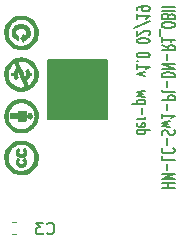
<source format=gbo>
%TF.GenerationSoftware,KiCad,Pcbnew,(5.1.5)-3*%
%TF.CreationDate,2020-01-27T22:21:35+01:00*%
%TF.ProjectId,HM-LC-Sw1-Pl-DN-R1_OBII,484d2d4c-432d-4537-9731-2d506c2d444e,rev?*%
%TF.SameCoordinates,Original*%
%TF.FileFunction,Legend,Bot*%
%TF.FilePolarity,Positive*%
%FSLAX46Y46*%
G04 Gerber Fmt 4.6, Leading zero omitted, Abs format (unit mm)*
G04 Created by KiCad (PCBNEW (5.1.5)-3) date 2020-01-27 22:21:35*
%MOMM*%
%LPD*%
G04 APERTURE LIST*
%ADD10C,0.175000*%
%ADD11C,0.150000*%
%ADD12C,0.120000*%
%ADD13C,0.010000*%
G04 APERTURE END LIST*
D10*
X153102380Y-90983333D02*
X154202380Y-90983333D01*
X153154761Y-90983333D02*
X153102380Y-91050000D01*
X153102380Y-91183333D01*
X153154761Y-91250000D01*
X153207142Y-91283333D01*
X153311904Y-91316666D01*
X153626190Y-91316666D01*
X153730952Y-91283333D01*
X153783333Y-91250000D01*
X153835714Y-91183333D01*
X153835714Y-91050000D01*
X153783333Y-90983333D01*
X153154761Y-90383333D02*
X153102380Y-90450000D01*
X153102380Y-90583333D01*
X153154761Y-90650000D01*
X153259523Y-90683333D01*
X153678571Y-90683333D01*
X153783333Y-90650000D01*
X153835714Y-90583333D01*
X153835714Y-90450000D01*
X153783333Y-90383333D01*
X153678571Y-90350000D01*
X153573809Y-90350000D01*
X153469047Y-90683333D01*
X153102380Y-90050000D02*
X153835714Y-90050000D01*
X153626190Y-90050000D02*
X153730952Y-90016666D01*
X153783333Y-89983333D01*
X153835714Y-89916666D01*
X153835714Y-89850000D01*
X153521428Y-89616666D02*
X153521428Y-89083333D01*
X153835714Y-88750000D02*
X152735714Y-88750000D01*
X153783333Y-88750000D02*
X153835714Y-88683333D01*
X153835714Y-88550000D01*
X153783333Y-88483333D01*
X153730952Y-88450000D01*
X153626190Y-88416666D01*
X153311904Y-88416666D01*
X153207142Y-88450000D01*
X153154761Y-88483333D01*
X153102380Y-88550000D01*
X153102380Y-88683333D01*
X153154761Y-88750000D01*
X153835714Y-88183333D02*
X153102380Y-88050000D01*
X153626190Y-87916666D01*
X153102380Y-87783333D01*
X153835714Y-87650000D01*
X153835714Y-86383333D02*
X153102380Y-86216666D01*
X153835714Y-86050000D01*
X153102380Y-85416666D02*
X153102380Y-85816666D01*
X153102380Y-85616666D02*
X154202380Y-85616666D01*
X154045238Y-85683333D01*
X153940476Y-85750000D01*
X153888095Y-85816666D01*
X153207142Y-85116666D02*
X153154761Y-85083333D01*
X153102380Y-85116666D01*
X153154761Y-85150000D01*
X153207142Y-85116666D01*
X153102380Y-85116666D01*
X154202380Y-84650000D02*
X154202380Y-84583333D01*
X154150000Y-84516666D01*
X154097619Y-84483333D01*
X153992857Y-84450000D01*
X153783333Y-84416666D01*
X153521428Y-84416666D01*
X153311904Y-84450000D01*
X153207142Y-84483333D01*
X153154761Y-84516666D01*
X153102380Y-84583333D01*
X153102380Y-84650000D01*
X153154761Y-84716666D01*
X153207142Y-84750000D01*
X153311904Y-84783333D01*
X153521428Y-84816666D01*
X153783333Y-84816666D01*
X153992857Y-84783333D01*
X154097619Y-84750000D01*
X154150000Y-84716666D01*
X154202380Y-84650000D01*
X154202380Y-83450000D02*
X154202380Y-83383333D01*
X154150000Y-83316666D01*
X154097619Y-83283333D01*
X153992857Y-83250000D01*
X153783333Y-83216666D01*
X153521428Y-83216666D01*
X153311904Y-83250000D01*
X153207142Y-83283333D01*
X153154761Y-83316666D01*
X153102380Y-83383333D01*
X153102380Y-83450000D01*
X153154761Y-83516666D01*
X153207142Y-83550000D01*
X153311904Y-83583333D01*
X153521428Y-83616666D01*
X153783333Y-83616666D01*
X153992857Y-83583333D01*
X154097619Y-83550000D01*
X154150000Y-83516666D01*
X154202380Y-83450000D01*
X154097619Y-82950000D02*
X154150000Y-82916666D01*
X154202380Y-82850000D01*
X154202380Y-82683333D01*
X154150000Y-82616666D01*
X154097619Y-82583333D01*
X153992857Y-82550000D01*
X153888095Y-82550000D01*
X153730952Y-82583333D01*
X153102380Y-82983333D01*
X153102380Y-82550000D01*
X154254761Y-81750000D02*
X152840476Y-82350000D01*
X153102380Y-81150000D02*
X153102380Y-81550000D01*
X153102380Y-81350000D02*
X154202380Y-81350000D01*
X154045238Y-81416666D01*
X153940476Y-81483333D01*
X153888095Y-81550000D01*
X153102380Y-80816666D02*
X153102380Y-80683333D01*
X153154761Y-80616666D01*
X153207142Y-80583333D01*
X153364285Y-80516666D01*
X153573809Y-80483333D01*
X153992857Y-80483333D01*
X154097619Y-80516666D01*
X154150000Y-80550000D01*
X154202380Y-80616666D01*
X154202380Y-80750000D01*
X154150000Y-80816666D01*
X154097619Y-80850000D01*
X153992857Y-80883333D01*
X153730952Y-80883333D01*
X153626190Y-80850000D01*
X153573809Y-80816666D01*
X153521428Y-80750000D01*
X153521428Y-80616666D01*
X153573809Y-80550000D01*
X153626190Y-80516666D01*
X153730952Y-80483333D01*
D11*
G36*
X150600000Y-90000000D02*
G01*
X145600000Y-90000000D01*
X145600000Y-85000000D01*
X150600000Y-85000000D01*
X150600000Y-90000000D01*
G37*
X150600000Y-90000000D02*
X145600000Y-90000000D01*
X145600000Y-85000000D01*
X150600000Y-85000000D01*
X150600000Y-90000000D01*
D10*
X155202380Y-95883333D02*
X156302380Y-95883333D01*
X155778571Y-95883333D02*
X155778571Y-95483333D01*
X155202380Y-95483333D02*
X156302380Y-95483333D01*
X155202380Y-95150000D02*
X156302380Y-95150000D01*
X155516666Y-94916666D01*
X156302380Y-94683333D01*
X155202380Y-94683333D01*
X155621428Y-94350000D02*
X155621428Y-93816666D01*
X155202380Y-93150000D02*
X155202380Y-93483333D01*
X156302380Y-93483333D01*
X155307142Y-92516666D02*
X155254761Y-92550000D01*
X155202380Y-92650000D01*
X155202380Y-92716666D01*
X155254761Y-92816666D01*
X155359523Y-92883333D01*
X155464285Y-92916666D01*
X155673809Y-92950000D01*
X155830952Y-92950000D01*
X156040476Y-92916666D01*
X156145238Y-92883333D01*
X156250000Y-92816666D01*
X156302380Y-92716666D01*
X156302380Y-92650000D01*
X156250000Y-92550000D01*
X156197619Y-92516666D01*
X155621428Y-92216666D02*
X155621428Y-91683333D01*
X155254761Y-91383333D02*
X155202380Y-91283333D01*
X155202380Y-91116666D01*
X155254761Y-91050000D01*
X155307142Y-91016666D01*
X155411904Y-90983333D01*
X155516666Y-90983333D01*
X155621428Y-91016666D01*
X155673809Y-91050000D01*
X155726190Y-91116666D01*
X155778571Y-91250000D01*
X155830952Y-91316666D01*
X155883333Y-91350000D01*
X155988095Y-91383333D01*
X156092857Y-91383333D01*
X156197619Y-91350000D01*
X156250000Y-91316666D01*
X156302380Y-91250000D01*
X156302380Y-91083333D01*
X156250000Y-90983333D01*
X155935714Y-90750000D02*
X155202380Y-90616666D01*
X155726190Y-90483333D01*
X155202380Y-90350000D01*
X155935714Y-90216666D01*
X155202380Y-89583333D02*
X155202380Y-89983333D01*
X155202380Y-89783333D02*
X156302380Y-89783333D01*
X156145238Y-89850000D01*
X156040476Y-89916666D01*
X155988095Y-89983333D01*
X155621428Y-89283333D02*
X155621428Y-88750000D01*
X155202380Y-88416666D02*
X156302380Y-88416666D01*
X156302380Y-88150000D01*
X156250000Y-88083333D01*
X156197619Y-88050000D01*
X156092857Y-88016666D01*
X155935714Y-88016666D01*
X155830952Y-88050000D01*
X155778571Y-88083333D01*
X155726190Y-88150000D01*
X155726190Y-88416666D01*
X155202380Y-87616666D02*
X155254761Y-87683333D01*
X155359523Y-87716666D01*
X156302380Y-87716666D01*
X155621428Y-87350000D02*
X155621428Y-86816666D01*
X155202380Y-86483333D02*
X156302380Y-86483333D01*
X156302380Y-86316666D01*
X156250000Y-86216666D01*
X156145238Y-86150000D01*
X156040476Y-86116666D01*
X155830952Y-86083333D01*
X155673809Y-86083333D01*
X155464285Y-86116666D01*
X155359523Y-86150000D01*
X155254761Y-86216666D01*
X155202380Y-86316666D01*
X155202380Y-86483333D01*
X155202380Y-85783333D02*
X156302380Y-85783333D01*
X155202380Y-85383333D01*
X156302380Y-85383333D01*
X155621428Y-85050000D02*
X155621428Y-84516666D01*
X155202380Y-83783333D02*
X155726190Y-84016666D01*
X155202380Y-84183333D02*
X156302380Y-84183333D01*
X156302380Y-83916666D01*
X156250000Y-83850000D01*
X156197619Y-83816666D01*
X156092857Y-83783333D01*
X155935714Y-83783333D01*
X155830952Y-83816666D01*
X155778571Y-83850000D01*
X155726190Y-83916666D01*
X155726190Y-84183333D01*
X155202380Y-83116666D02*
X155202380Y-83516666D01*
X155202380Y-83316666D02*
X156302380Y-83316666D01*
X156145238Y-83383333D01*
X156040476Y-83450000D01*
X155988095Y-83516666D01*
X155097619Y-82983333D02*
X155097619Y-82450000D01*
X156302380Y-82150000D02*
X156302380Y-82016666D01*
X156250000Y-81950000D01*
X156145238Y-81883333D01*
X155935714Y-81850000D01*
X155569047Y-81850000D01*
X155359523Y-81883333D01*
X155254761Y-81950000D01*
X155202380Y-82016666D01*
X155202380Y-82150000D01*
X155254761Y-82216666D01*
X155359523Y-82283333D01*
X155569047Y-82316666D01*
X155935714Y-82316666D01*
X156145238Y-82283333D01*
X156250000Y-82216666D01*
X156302380Y-82150000D01*
X155778571Y-81316666D02*
X155726190Y-81216666D01*
X155673809Y-81183333D01*
X155569047Y-81150000D01*
X155411904Y-81150000D01*
X155307142Y-81183333D01*
X155254761Y-81216666D01*
X155202380Y-81283333D01*
X155202380Y-81550000D01*
X156302380Y-81550000D01*
X156302380Y-81316666D01*
X156250000Y-81250000D01*
X156197619Y-81216666D01*
X156092857Y-81183333D01*
X155988095Y-81183333D01*
X155883333Y-81216666D01*
X155830952Y-81250000D01*
X155778571Y-81316666D01*
X155778571Y-81550000D01*
X155202380Y-80850000D02*
X156302380Y-80850000D01*
X155202380Y-80516666D02*
X156302380Y-80516666D01*
D12*
X142528733Y-99760000D02*
X142871267Y-99760000D01*
X142528733Y-98740000D02*
X142871267Y-98740000D01*
D13*
G36*
X144697689Y-93095474D02*
G01*
X144658606Y-92907674D01*
X144595635Y-92730040D01*
X144510552Y-92564347D01*
X144405129Y-92412367D01*
X144281141Y-92275876D01*
X144140362Y-92156647D01*
X143984566Y-92056455D01*
X143815528Y-91977073D01*
X143635020Y-91920275D01*
X143444817Y-91887836D01*
X143300000Y-91880555D01*
X143103460Y-91893955D01*
X142915486Y-91932977D01*
X142737824Y-91995858D01*
X142572221Y-92080834D01*
X142420424Y-92186143D01*
X142284179Y-92310020D01*
X142165234Y-92450703D01*
X142065334Y-92606427D01*
X141986228Y-92775429D01*
X141929662Y-92955945D01*
X141897382Y-93146213D01*
X141890214Y-93303809D01*
X141892754Y-93379409D01*
X141898455Y-93456951D01*
X141906317Y-93524408D01*
X141910815Y-93550952D01*
X141962822Y-93744257D01*
X142038351Y-93924345D01*
X142135525Y-94089659D01*
X142252464Y-94238640D01*
X142387290Y-94369733D01*
X142538125Y-94481377D01*
X142703091Y-94572018D01*
X142880307Y-94640096D01*
X143067897Y-94684054D01*
X143261812Y-94702131D01*
X143261812Y-94428661D01*
X143141822Y-94421105D01*
X143034792Y-94404211D01*
X142999444Y-94395305D01*
X142829099Y-94332464D01*
X142673861Y-94246661D01*
X142535414Y-94139763D01*
X142415445Y-94013634D01*
X142315636Y-93870139D01*
X142237672Y-93711143D01*
X142183238Y-93538510D01*
X142170474Y-93477498D01*
X142163265Y-93409722D01*
X142161652Y-93323540D01*
X142165108Y-93228098D01*
X142173109Y-93132540D01*
X142185127Y-93046011D01*
X142198879Y-92983640D01*
X142260467Y-92817185D01*
X142345797Y-92664162D01*
X142452771Y-92526659D01*
X142579293Y-92406758D01*
X142723264Y-92306544D01*
X142882586Y-92228103D01*
X142999444Y-92188028D01*
X143098923Y-92167572D01*
X143215137Y-92156453D01*
X143338187Y-92154672D01*
X143458177Y-92162228D01*
X143565208Y-92179122D01*
X143600555Y-92188028D01*
X143770777Y-92250919D01*
X143926354Y-92337112D01*
X144065427Y-92444746D01*
X144186138Y-92571964D01*
X144286627Y-92716908D01*
X144365037Y-92877717D01*
X144403638Y-92991111D01*
X144424094Y-93090590D01*
X144435213Y-93206804D01*
X144436994Y-93329854D01*
X144429438Y-93449844D01*
X144412544Y-93556875D01*
X144403638Y-93592222D01*
X144340747Y-93762444D01*
X144254555Y-93918021D01*
X144146920Y-94057094D01*
X144019702Y-94177805D01*
X143874759Y-94278294D01*
X143713949Y-94356704D01*
X143600555Y-94395305D01*
X143501076Y-94415761D01*
X143384863Y-94426880D01*
X143261812Y-94428661D01*
X143261812Y-94702131D01*
X143263982Y-94702334D01*
X143300000Y-94702778D01*
X143496192Y-94689356D01*
X143683992Y-94650273D01*
X143861626Y-94587302D01*
X144027320Y-94502219D01*
X144179299Y-94396796D01*
X144315790Y-94272808D01*
X144435019Y-94132029D01*
X144535212Y-93976233D01*
X144614594Y-93807195D01*
X144671391Y-93626687D01*
X144703830Y-93436484D01*
X144711111Y-93291667D01*
X144697689Y-93095474D01*
G37*
X144697689Y-93095474D02*
X144658606Y-92907674D01*
X144595635Y-92730040D01*
X144510552Y-92564347D01*
X144405129Y-92412367D01*
X144281141Y-92275876D01*
X144140362Y-92156647D01*
X143984566Y-92056455D01*
X143815528Y-91977073D01*
X143635020Y-91920275D01*
X143444817Y-91887836D01*
X143300000Y-91880555D01*
X143103460Y-91893955D01*
X142915486Y-91932977D01*
X142737824Y-91995858D01*
X142572221Y-92080834D01*
X142420424Y-92186143D01*
X142284179Y-92310020D01*
X142165234Y-92450703D01*
X142065334Y-92606427D01*
X141986228Y-92775429D01*
X141929662Y-92955945D01*
X141897382Y-93146213D01*
X141890214Y-93303809D01*
X141892754Y-93379409D01*
X141898455Y-93456951D01*
X141906317Y-93524408D01*
X141910815Y-93550952D01*
X141962822Y-93744257D01*
X142038351Y-93924345D01*
X142135525Y-94089659D01*
X142252464Y-94238640D01*
X142387290Y-94369733D01*
X142538125Y-94481377D01*
X142703091Y-94572018D01*
X142880307Y-94640096D01*
X143067897Y-94684054D01*
X143261812Y-94702131D01*
X143261812Y-94428661D01*
X143141822Y-94421105D01*
X143034792Y-94404211D01*
X142999444Y-94395305D01*
X142829099Y-94332464D01*
X142673861Y-94246661D01*
X142535414Y-94139763D01*
X142415445Y-94013634D01*
X142315636Y-93870139D01*
X142237672Y-93711143D01*
X142183238Y-93538510D01*
X142170474Y-93477498D01*
X142163265Y-93409722D01*
X142161652Y-93323540D01*
X142165108Y-93228098D01*
X142173109Y-93132540D01*
X142185127Y-93046011D01*
X142198879Y-92983640D01*
X142260467Y-92817185D01*
X142345797Y-92664162D01*
X142452771Y-92526659D01*
X142579293Y-92406758D01*
X142723264Y-92306544D01*
X142882586Y-92228103D01*
X142999444Y-92188028D01*
X143098923Y-92167572D01*
X143215137Y-92156453D01*
X143338187Y-92154672D01*
X143458177Y-92162228D01*
X143565208Y-92179122D01*
X143600555Y-92188028D01*
X143770777Y-92250919D01*
X143926354Y-92337112D01*
X144065427Y-92444746D01*
X144186138Y-92571964D01*
X144286627Y-92716908D01*
X144365037Y-92877717D01*
X144403638Y-92991111D01*
X144424094Y-93090590D01*
X144435213Y-93206804D01*
X144436994Y-93329854D01*
X144429438Y-93449844D01*
X144412544Y-93556875D01*
X144403638Y-93592222D01*
X144340747Y-93762444D01*
X144254555Y-93918021D01*
X144146920Y-94057094D01*
X144019702Y-94177805D01*
X143874759Y-94278294D01*
X143713949Y-94356704D01*
X143600555Y-94395305D01*
X143501076Y-94415761D01*
X143384863Y-94426880D01*
X143261812Y-94428661D01*
X143261812Y-94702131D01*
X143263982Y-94702334D01*
X143300000Y-94702778D01*
X143496192Y-94689356D01*
X143683992Y-94650273D01*
X143861626Y-94587302D01*
X144027320Y-94502219D01*
X144179299Y-94396796D01*
X144315790Y-94272808D01*
X144435019Y-94132029D01*
X144535212Y-93976233D01*
X144614594Y-93807195D01*
X144671391Y-93626687D01*
X144703830Y-93436484D01*
X144711111Y-93291667D01*
X144697689Y-93095474D01*
G36*
X144700093Y-89562247D02*
G01*
X144660616Y-89370809D01*
X144594964Y-89189868D01*
X144503254Y-89019716D01*
X144385605Y-88860646D01*
X144323996Y-88792513D01*
X144223217Y-88694395D01*
X144125295Y-88615066D01*
X144021000Y-88547816D01*
X143904682Y-88487619D01*
X143800653Y-88441459D01*
X143707184Y-88407546D01*
X143616365Y-88384227D01*
X143520288Y-88369849D01*
X143411044Y-88362760D01*
X143300000Y-88361232D01*
X143183542Y-88363125D01*
X143087084Y-88369346D01*
X143002546Y-88381410D01*
X142921846Y-88400833D01*
X142836902Y-88429131D01*
X142746037Y-88465149D01*
X142602629Y-88537678D01*
X142461572Y-88633138D01*
X142328751Y-88746457D01*
X142210047Y-88872566D01*
X142111342Y-89006393D01*
X142103342Y-89019126D01*
X142016425Y-89184609D01*
X141951498Y-89362335D01*
X141909535Y-89547315D01*
X141891512Y-89734558D01*
X141898405Y-89919073D01*
X141910715Y-90004464D01*
X141959661Y-90198496D01*
X142033026Y-90380167D01*
X142129085Y-90547743D01*
X142246114Y-90699491D01*
X142382386Y-90833677D01*
X142536177Y-90948567D01*
X142705761Y-91042428D01*
X142889414Y-91113527D01*
X143055505Y-91154808D01*
X143172111Y-91169277D01*
X143300000Y-91173123D01*
X143300000Y-90898936D01*
X143186661Y-90896124D01*
X143092407Y-90887238D01*
X143008413Y-90870377D01*
X142925851Y-90843640D01*
X142835895Y-90805126D01*
X142812070Y-90793845D01*
X142659500Y-90705347D01*
X142523391Y-90595486D01*
X142405789Y-90467015D01*
X142308737Y-90322686D01*
X142234280Y-90165252D01*
X142184461Y-89997467D01*
X142172584Y-89932667D01*
X142164206Y-89833564D01*
X142165496Y-89719885D01*
X142175765Y-89603309D01*
X142194326Y-89495516D01*
X142199622Y-89473479D01*
X142255612Y-89310441D01*
X142336371Y-89158180D01*
X142439590Y-89019512D01*
X142562962Y-88897258D01*
X142704178Y-88794234D01*
X142799055Y-88741562D01*
X142893803Y-88697607D01*
X142977627Y-88666394D01*
X143059358Y-88645938D01*
X143147823Y-88634251D01*
X143251851Y-88629349D01*
X143300000Y-88628841D01*
X143410602Y-88630708D01*
X143502379Y-88638507D01*
X143584470Y-88654341D01*
X143666009Y-88680310D01*
X143756133Y-88718515D01*
X143817357Y-88747806D01*
X143968100Y-88837169D01*
X144100848Y-88946995D01*
X144214099Y-89074845D01*
X144306351Y-89218279D01*
X144376102Y-89374859D01*
X144421852Y-89542147D01*
X144442098Y-89717704D01*
X144443000Y-89763889D01*
X144429554Y-89941178D01*
X144390220Y-90110825D01*
X144326497Y-90270392D01*
X144239888Y-90417439D01*
X144131893Y-90549529D01*
X144004016Y-90664223D01*
X143857757Y-90759082D01*
X143817357Y-90779972D01*
X143717827Y-90826425D01*
X143632300Y-90859396D01*
X143551639Y-90880986D01*
X143466708Y-90893296D01*
X143368371Y-90898427D01*
X143300000Y-90898936D01*
X143300000Y-91173123D01*
X143303790Y-91173238D01*
X143439581Y-91167083D01*
X143568522Y-91151203D01*
X143652777Y-91133500D01*
X143759968Y-91099550D01*
X143875672Y-91052468D01*
X143989142Y-90997223D01*
X144089633Y-90938783D01*
X144123404Y-90915900D01*
X144170387Y-90878870D01*
X144227783Y-90828516D01*
X144287109Y-90772480D01*
X144323996Y-90735264D01*
X144453323Y-90581295D01*
X144556763Y-90416112D01*
X144634198Y-90240007D01*
X144685512Y-90053274D01*
X144710587Y-89856205D01*
X144713278Y-89763889D01*
X144700093Y-89562247D01*
G37*
X144700093Y-89562247D02*
X144660616Y-89370809D01*
X144594964Y-89189868D01*
X144503254Y-89019716D01*
X144385605Y-88860646D01*
X144323996Y-88792513D01*
X144223217Y-88694395D01*
X144125295Y-88615066D01*
X144021000Y-88547816D01*
X143904682Y-88487619D01*
X143800653Y-88441459D01*
X143707184Y-88407546D01*
X143616365Y-88384227D01*
X143520288Y-88369849D01*
X143411044Y-88362760D01*
X143300000Y-88361232D01*
X143183542Y-88363125D01*
X143087084Y-88369346D01*
X143002546Y-88381410D01*
X142921846Y-88400833D01*
X142836902Y-88429131D01*
X142746037Y-88465149D01*
X142602629Y-88537678D01*
X142461572Y-88633138D01*
X142328751Y-88746457D01*
X142210047Y-88872566D01*
X142111342Y-89006393D01*
X142103342Y-89019126D01*
X142016425Y-89184609D01*
X141951498Y-89362335D01*
X141909535Y-89547315D01*
X141891512Y-89734558D01*
X141898405Y-89919073D01*
X141910715Y-90004464D01*
X141959661Y-90198496D01*
X142033026Y-90380167D01*
X142129085Y-90547743D01*
X142246114Y-90699491D01*
X142382386Y-90833677D01*
X142536177Y-90948567D01*
X142705761Y-91042428D01*
X142889414Y-91113527D01*
X143055505Y-91154808D01*
X143172111Y-91169277D01*
X143300000Y-91173123D01*
X143300000Y-90898936D01*
X143186661Y-90896124D01*
X143092407Y-90887238D01*
X143008413Y-90870377D01*
X142925851Y-90843640D01*
X142835895Y-90805126D01*
X142812070Y-90793845D01*
X142659500Y-90705347D01*
X142523391Y-90595486D01*
X142405789Y-90467015D01*
X142308737Y-90322686D01*
X142234280Y-90165252D01*
X142184461Y-89997467D01*
X142172584Y-89932667D01*
X142164206Y-89833564D01*
X142165496Y-89719885D01*
X142175765Y-89603309D01*
X142194326Y-89495516D01*
X142199622Y-89473479D01*
X142255612Y-89310441D01*
X142336371Y-89158180D01*
X142439590Y-89019512D01*
X142562962Y-88897258D01*
X142704178Y-88794234D01*
X142799055Y-88741562D01*
X142893803Y-88697607D01*
X142977627Y-88666394D01*
X143059358Y-88645938D01*
X143147823Y-88634251D01*
X143251851Y-88629349D01*
X143300000Y-88628841D01*
X143410602Y-88630708D01*
X143502379Y-88638507D01*
X143584470Y-88654341D01*
X143666009Y-88680310D01*
X143756133Y-88718515D01*
X143817357Y-88747806D01*
X143968100Y-88837169D01*
X144100848Y-88946995D01*
X144214099Y-89074845D01*
X144306351Y-89218279D01*
X144376102Y-89374859D01*
X144421852Y-89542147D01*
X144442098Y-89717704D01*
X144443000Y-89763889D01*
X144429554Y-89941178D01*
X144390220Y-90110825D01*
X144326497Y-90270392D01*
X144239888Y-90417439D01*
X144131893Y-90549529D01*
X144004016Y-90664223D01*
X143857757Y-90759082D01*
X143817357Y-90779972D01*
X143717827Y-90826425D01*
X143632300Y-90859396D01*
X143551639Y-90880986D01*
X143466708Y-90893296D01*
X143368371Y-90898427D01*
X143300000Y-90898936D01*
X143300000Y-91173123D01*
X143303790Y-91173238D01*
X143439581Y-91167083D01*
X143568522Y-91151203D01*
X143652777Y-91133500D01*
X143759968Y-91099550D01*
X143875672Y-91052468D01*
X143989142Y-90997223D01*
X144089633Y-90938783D01*
X144123404Y-90915900D01*
X144170387Y-90878870D01*
X144227783Y-90828516D01*
X144287109Y-90772480D01*
X144323996Y-90735264D01*
X144453323Y-90581295D01*
X144556763Y-90416112D01*
X144634198Y-90240007D01*
X144685512Y-90053274D01*
X144710587Y-89856205D01*
X144713278Y-89763889D01*
X144700093Y-89562247D01*
G36*
X144697689Y-86039919D02*
G01*
X144658606Y-85852119D01*
X144595635Y-85674485D01*
X144510552Y-85508791D01*
X144405129Y-85356812D01*
X144281141Y-85220320D01*
X144140362Y-85101092D01*
X143984566Y-85000899D01*
X143815528Y-84921517D01*
X143635020Y-84864719D01*
X143444817Y-84832280D01*
X143300000Y-84825000D01*
X143103460Y-84838399D01*
X142915486Y-84877421D01*
X142737824Y-84940302D01*
X142572221Y-85025279D01*
X142420424Y-85130587D01*
X142284179Y-85254465D01*
X142165234Y-85395147D01*
X142065334Y-85550871D01*
X141986228Y-85719873D01*
X141929662Y-85900390D01*
X141897382Y-86090657D01*
X141890214Y-86248253D01*
X141892754Y-86323854D01*
X141898455Y-86401395D01*
X141906317Y-86468853D01*
X141910815Y-86495396D01*
X141962822Y-86688701D01*
X142038351Y-86868789D01*
X142135525Y-87034103D01*
X142252464Y-87183085D01*
X142387290Y-87314177D01*
X142538125Y-87425822D01*
X142703091Y-87516462D01*
X142880307Y-87584540D01*
X143067897Y-87628498D01*
X143263982Y-87646779D01*
X143285888Y-87647048D01*
X143285888Y-87371349D01*
X143195160Y-87369561D01*
X143123350Y-87364343D01*
X143061254Y-87354670D01*
X142999672Y-87339516D01*
X142999444Y-87339452D01*
X142829839Y-87277267D01*
X142675068Y-87191996D01*
X142536852Y-87085545D01*
X142416913Y-86959819D01*
X142316973Y-86816724D01*
X142238753Y-86658165D01*
X142183975Y-86486048D01*
X142170474Y-86421942D01*
X142163265Y-86354166D01*
X142161652Y-86267984D01*
X142165108Y-86172542D01*
X142173109Y-86076984D01*
X142185127Y-85990456D01*
X142198879Y-85928085D01*
X142258884Y-85766643D01*
X142343253Y-85614393D01*
X142448830Y-85475735D01*
X142572457Y-85355072D01*
X142654756Y-85292612D01*
X142722123Y-85246511D01*
X142743085Y-85296680D01*
X142756271Y-85327481D01*
X142778229Y-85377952D01*
X142806280Y-85441967D01*
X142837745Y-85513401D01*
X142849849Y-85540786D01*
X142935651Y-85734723D01*
X142902631Y-85755614D01*
X142833152Y-85814312D01*
X142773172Y-85893451D01*
X142727076Y-85985718D01*
X142699252Y-86083801D01*
X142696931Y-86098528D01*
X142689506Y-86151444D01*
X142453333Y-86151444D01*
X142453333Y-86320778D01*
X142689386Y-86320778D01*
X142697819Y-86382304D01*
X142713450Y-86454176D01*
X142739171Y-86528964D01*
X142770682Y-86595780D01*
X142798893Y-86638278D01*
X142834219Y-86680611D01*
X142919996Y-86590920D01*
X143005774Y-86501229D01*
X142977438Y-86470976D01*
X142942880Y-86415794D01*
X142922647Y-86344746D01*
X142917418Y-86266668D01*
X142927871Y-86190397D01*
X142951304Y-86130504D01*
X142980927Y-86091471D01*
X143015799Y-86064204D01*
X143048980Y-86052692D01*
X143073135Y-86060500D01*
X143080362Y-86074720D01*
X143097632Y-86111723D01*
X143123592Y-86168477D01*
X143156889Y-86241948D01*
X143196169Y-86329100D01*
X143240080Y-86426901D01*
X143287266Y-86532315D01*
X143336376Y-86642309D01*
X143386056Y-86753849D01*
X143434952Y-86863900D01*
X143481712Y-86969428D01*
X143524981Y-87067399D01*
X143563406Y-87154779D01*
X143595635Y-87228534D01*
X143620312Y-87285629D01*
X143633621Y-87317060D01*
X143625733Y-87330176D01*
X143593856Y-87342542D01*
X143542223Y-87353496D01*
X143475065Y-87362377D01*
X143396617Y-87368525D01*
X143311110Y-87371278D01*
X143285888Y-87371349D01*
X143285888Y-87647048D01*
X143300000Y-87647222D01*
X143496192Y-87633800D01*
X143683992Y-87594717D01*
X143861626Y-87531747D01*
X143887101Y-87518666D01*
X143887101Y-87207473D01*
X143884533Y-87206348D01*
X143876568Y-87191534D01*
X143859299Y-87155301D01*
X143834769Y-87102072D01*
X143805024Y-87036267D01*
X143780836Y-86982033D01*
X143684699Y-86765278D01*
X143743765Y-86734571D01*
X143826124Y-86676252D01*
X143894655Y-86595601D01*
X143946978Y-86496083D01*
X143978170Y-86393577D01*
X143993783Y-86320778D01*
X144174888Y-86320778D01*
X144174888Y-86151444D01*
X143994506Y-86151444D01*
X143972282Y-86053033D01*
X143937753Y-85939664D01*
X143890622Y-85846992D01*
X143871638Y-85820419D01*
X143860410Y-85808406D01*
X143848440Y-85805842D01*
X143831004Y-85815356D01*
X143803376Y-85839576D01*
X143760832Y-85881132D01*
X143758675Y-85883269D01*
X143715866Y-85926113D01*
X143690437Y-85954134D01*
X143679699Y-85972354D01*
X143680966Y-85985793D01*
X143691550Y-85999472D01*
X143694681Y-86002821D01*
X143734204Y-86061015D01*
X143756986Y-86129254D01*
X143763866Y-86201854D01*
X143755681Y-86273130D01*
X143733270Y-86337398D01*
X143697471Y-86388974D01*
X143649121Y-86422174D01*
X143632032Y-86427766D01*
X143593716Y-86427672D01*
X143558186Y-86406326D01*
X143524521Y-86362265D01*
X143491797Y-86294023D01*
X143459093Y-86200138D01*
X143434676Y-86114472D01*
X143401907Y-86008065D01*
X143364524Y-85922086D01*
X143318728Y-85848756D01*
X143283632Y-85805308D01*
X143269465Y-85783230D01*
X143246340Y-85740441D01*
X143216328Y-85681364D01*
X143181498Y-85610421D01*
X143143921Y-85532036D01*
X143105669Y-85450631D01*
X143068810Y-85370630D01*
X143035416Y-85296456D01*
X143007558Y-85232531D01*
X142987305Y-85183279D01*
X142976728Y-85153122D01*
X142975671Y-85147435D01*
X142987969Y-85139170D01*
X143019873Y-85127615D01*
X143049527Y-85119213D01*
X143121566Y-85106891D01*
X143212451Y-85100490D01*
X143313480Y-85099798D01*
X143415950Y-85104604D01*
X143511159Y-85114695D01*
X143590406Y-85129861D01*
X143600555Y-85132611D01*
X143770409Y-85195190D01*
X143925762Y-85281133D01*
X144064732Y-85388555D01*
X144185437Y-85515577D01*
X144285996Y-85660317D01*
X144364526Y-85820893D01*
X144403638Y-85935556D01*
X144424094Y-86035035D01*
X144435213Y-86151248D01*
X144436994Y-86274299D01*
X144429438Y-86394288D01*
X144412544Y-86501319D01*
X144403638Y-86536666D01*
X144344595Y-86697118D01*
X144263178Y-86848299D01*
X144162958Y-86984251D01*
X144088389Y-87062610D01*
X144038878Y-87106754D01*
X143989036Y-87146808D01*
X143943820Y-87179276D01*
X143908189Y-87200663D01*
X143887101Y-87207473D01*
X143887101Y-87518666D01*
X144027320Y-87446663D01*
X144179299Y-87341240D01*
X144315790Y-87217253D01*
X144435019Y-87076474D01*
X144535212Y-86920678D01*
X144614594Y-86751639D01*
X144671391Y-86571131D01*
X144703830Y-86380929D01*
X144711111Y-86236111D01*
X144697689Y-86039919D01*
G37*
X144697689Y-86039919D02*
X144658606Y-85852119D01*
X144595635Y-85674485D01*
X144510552Y-85508791D01*
X144405129Y-85356812D01*
X144281141Y-85220320D01*
X144140362Y-85101092D01*
X143984566Y-85000899D01*
X143815528Y-84921517D01*
X143635020Y-84864719D01*
X143444817Y-84832280D01*
X143300000Y-84825000D01*
X143103460Y-84838399D01*
X142915486Y-84877421D01*
X142737824Y-84940302D01*
X142572221Y-85025279D01*
X142420424Y-85130587D01*
X142284179Y-85254465D01*
X142165234Y-85395147D01*
X142065334Y-85550871D01*
X141986228Y-85719873D01*
X141929662Y-85900390D01*
X141897382Y-86090657D01*
X141890214Y-86248253D01*
X141892754Y-86323854D01*
X141898455Y-86401395D01*
X141906317Y-86468853D01*
X141910815Y-86495396D01*
X141962822Y-86688701D01*
X142038351Y-86868789D01*
X142135525Y-87034103D01*
X142252464Y-87183085D01*
X142387290Y-87314177D01*
X142538125Y-87425822D01*
X142703091Y-87516462D01*
X142880307Y-87584540D01*
X143067897Y-87628498D01*
X143263982Y-87646779D01*
X143285888Y-87647048D01*
X143285888Y-87371349D01*
X143195160Y-87369561D01*
X143123350Y-87364343D01*
X143061254Y-87354670D01*
X142999672Y-87339516D01*
X142999444Y-87339452D01*
X142829839Y-87277267D01*
X142675068Y-87191996D01*
X142536852Y-87085545D01*
X142416913Y-86959819D01*
X142316973Y-86816724D01*
X142238753Y-86658165D01*
X142183975Y-86486048D01*
X142170474Y-86421942D01*
X142163265Y-86354166D01*
X142161652Y-86267984D01*
X142165108Y-86172542D01*
X142173109Y-86076984D01*
X142185127Y-85990456D01*
X142198879Y-85928085D01*
X142258884Y-85766643D01*
X142343253Y-85614393D01*
X142448830Y-85475735D01*
X142572457Y-85355072D01*
X142654756Y-85292612D01*
X142722123Y-85246511D01*
X142743085Y-85296680D01*
X142756271Y-85327481D01*
X142778229Y-85377952D01*
X142806280Y-85441967D01*
X142837745Y-85513401D01*
X142849849Y-85540786D01*
X142935651Y-85734723D01*
X142902631Y-85755614D01*
X142833152Y-85814312D01*
X142773172Y-85893451D01*
X142727076Y-85985718D01*
X142699252Y-86083801D01*
X142696931Y-86098528D01*
X142689506Y-86151444D01*
X142453333Y-86151444D01*
X142453333Y-86320778D01*
X142689386Y-86320778D01*
X142697819Y-86382304D01*
X142713450Y-86454176D01*
X142739171Y-86528964D01*
X142770682Y-86595780D01*
X142798893Y-86638278D01*
X142834219Y-86680611D01*
X142919996Y-86590920D01*
X143005774Y-86501229D01*
X142977438Y-86470976D01*
X142942880Y-86415794D01*
X142922647Y-86344746D01*
X142917418Y-86266668D01*
X142927871Y-86190397D01*
X142951304Y-86130504D01*
X142980927Y-86091471D01*
X143015799Y-86064204D01*
X143048980Y-86052692D01*
X143073135Y-86060500D01*
X143080362Y-86074720D01*
X143097632Y-86111723D01*
X143123592Y-86168477D01*
X143156889Y-86241948D01*
X143196169Y-86329100D01*
X143240080Y-86426901D01*
X143287266Y-86532315D01*
X143336376Y-86642309D01*
X143386056Y-86753849D01*
X143434952Y-86863900D01*
X143481712Y-86969428D01*
X143524981Y-87067399D01*
X143563406Y-87154779D01*
X143595635Y-87228534D01*
X143620312Y-87285629D01*
X143633621Y-87317060D01*
X143625733Y-87330176D01*
X143593856Y-87342542D01*
X143542223Y-87353496D01*
X143475065Y-87362377D01*
X143396617Y-87368525D01*
X143311110Y-87371278D01*
X143285888Y-87371349D01*
X143285888Y-87647048D01*
X143300000Y-87647222D01*
X143496192Y-87633800D01*
X143683992Y-87594717D01*
X143861626Y-87531747D01*
X143887101Y-87518666D01*
X143887101Y-87207473D01*
X143884533Y-87206348D01*
X143876568Y-87191534D01*
X143859299Y-87155301D01*
X143834769Y-87102072D01*
X143805024Y-87036267D01*
X143780836Y-86982033D01*
X143684699Y-86765278D01*
X143743765Y-86734571D01*
X143826124Y-86676252D01*
X143894655Y-86595601D01*
X143946978Y-86496083D01*
X143978170Y-86393577D01*
X143993783Y-86320778D01*
X144174888Y-86320778D01*
X144174888Y-86151444D01*
X143994506Y-86151444D01*
X143972282Y-86053033D01*
X143937753Y-85939664D01*
X143890622Y-85846992D01*
X143871638Y-85820419D01*
X143860410Y-85808406D01*
X143848440Y-85805842D01*
X143831004Y-85815356D01*
X143803376Y-85839576D01*
X143760832Y-85881132D01*
X143758675Y-85883269D01*
X143715866Y-85926113D01*
X143690437Y-85954134D01*
X143679699Y-85972354D01*
X143680966Y-85985793D01*
X143691550Y-85999472D01*
X143694681Y-86002821D01*
X143734204Y-86061015D01*
X143756986Y-86129254D01*
X143763866Y-86201854D01*
X143755681Y-86273130D01*
X143733270Y-86337398D01*
X143697471Y-86388974D01*
X143649121Y-86422174D01*
X143632032Y-86427766D01*
X143593716Y-86427672D01*
X143558186Y-86406326D01*
X143524521Y-86362265D01*
X143491797Y-86294023D01*
X143459093Y-86200138D01*
X143434676Y-86114472D01*
X143401907Y-86008065D01*
X143364524Y-85922086D01*
X143318728Y-85848756D01*
X143283632Y-85805308D01*
X143269465Y-85783230D01*
X143246340Y-85740441D01*
X143216328Y-85681364D01*
X143181498Y-85610421D01*
X143143921Y-85532036D01*
X143105669Y-85450631D01*
X143068810Y-85370630D01*
X143035416Y-85296456D01*
X143007558Y-85232531D01*
X142987305Y-85183279D01*
X142976728Y-85153122D01*
X142975671Y-85147435D01*
X142987969Y-85139170D01*
X143019873Y-85127615D01*
X143049527Y-85119213D01*
X143121566Y-85106891D01*
X143212451Y-85100490D01*
X143313480Y-85099798D01*
X143415950Y-85104604D01*
X143511159Y-85114695D01*
X143590406Y-85129861D01*
X143600555Y-85132611D01*
X143770409Y-85195190D01*
X143925762Y-85281133D01*
X144064732Y-85388555D01*
X144185437Y-85515577D01*
X144285996Y-85660317D01*
X144364526Y-85820893D01*
X144403638Y-85935556D01*
X144424094Y-86035035D01*
X144435213Y-86151248D01*
X144436994Y-86274299D01*
X144429438Y-86394288D01*
X144412544Y-86501319D01*
X144403638Y-86536666D01*
X144344595Y-86697118D01*
X144263178Y-86848299D01*
X144162958Y-86984251D01*
X144088389Y-87062610D01*
X144038878Y-87106754D01*
X143989036Y-87146808D01*
X143943820Y-87179276D01*
X143908189Y-87200663D01*
X143887101Y-87207473D01*
X143887101Y-87518666D01*
X144027320Y-87446663D01*
X144179299Y-87341240D01*
X144315790Y-87217253D01*
X144435019Y-87076474D01*
X144535212Y-86920678D01*
X144614594Y-86751639D01*
X144671391Y-86571131D01*
X144703830Y-86380929D01*
X144711111Y-86236111D01*
X144697689Y-86039919D01*
G36*
X144697689Y-82512141D02*
G01*
X144658606Y-82324341D01*
X144595635Y-82146707D01*
X144510552Y-81981013D01*
X144405129Y-81829034D01*
X144281141Y-81692543D01*
X144140362Y-81573314D01*
X143984566Y-81473121D01*
X143815528Y-81393739D01*
X143635020Y-81336942D01*
X143444817Y-81304502D01*
X143300000Y-81297222D01*
X143103460Y-81310621D01*
X142915486Y-81349643D01*
X142737824Y-81412524D01*
X142572221Y-81497501D01*
X142420424Y-81602810D01*
X142284179Y-81726687D01*
X142165234Y-81867369D01*
X142065334Y-82023093D01*
X141986228Y-82192095D01*
X141929662Y-82372612D01*
X141897382Y-82562880D01*
X141890214Y-82720475D01*
X141892754Y-82796076D01*
X141898455Y-82873618D01*
X141906317Y-82941075D01*
X141910815Y-82967618D01*
X141962822Y-83160923D01*
X142038351Y-83341012D01*
X142135525Y-83506325D01*
X142252464Y-83655307D01*
X142387290Y-83786399D01*
X142538125Y-83898044D01*
X142703091Y-83988684D01*
X142880307Y-84056762D01*
X143067897Y-84100720D01*
X143261812Y-84118798D01*
X143261812Y-83845328D01*
X143141822Y-83837771D01*
X143034792Y-83820878D01*
X142999444Y-83811972D01*
X142829099Y-83749130D01*
X142673861Y-83663328D01*
X142535414Y-83556430D01*
X142415445Y-83430301D01*
X142315636Y-83286805D01*
X142237672Y-83127809D01*
X142183238Y-82955177D01*
X142170474Y-82894165D01*
X142163265Y-82826388D01*
X142161652Y-82740207D01*
X142165108Y-82644764D01*
X142173109Y-82549207D01*
X142185127Y-82462678D01*
X142198879Y-82400307D01*
X142260467Y-82233851D01*
X142345797Y-82080829D01*
X142452771Y-81943325D01*
X142579293Y-81823424D01*
X142723264Y-81723211D01*
X142882586Y-81644769D01*
X142999444Y-81604694D01*
X143098923Y-81584238D01*
X143215137Y-81573120D01*
X143338187Y-81571339D01*
X143458177Y-81578895D01*
X143565208Y-81595789D01*
X143600555Y-81604694D01*
X143770777Y-81667586D01*
X143926354Y-81753778D01*
X144065427Y-81861413D01*
X144186138Y-81988631D01*
X144286627Y-82133574D01*
X144365037Y-82294384D01*
X144403638Y-82407778D01*
X144424094Y-82507257D01*
X144435213Y-82623470D01*
X144436994Y-82746521D01*
X144429438Y-82866511D01*
X144412544Y-82973541D01*
X144403638Y-83008888D01*
X144340747Y-83179111D01*
X144254555Y-83334688D01*
X144146920Y-83473761D01*
X144019702Y-83594471D01*
X143874759Y-83694961D01*
X143713949Y-83773371D01*
X143600555Y-83811972D01*
X143501076Y-83832428D01*
X143384863Y-83843547D01*
X143261812Y-83845328D01*
X143261812Y-84118798D01*
X143263982Y-84119001D01*
X143300000Y-84119444D01*
X143496192Y-84106022D01*
X143683992Y-84066939D01*
X143861626Y-84003969D01*
X144027320Y-83918885D01*
X144179299Y-83813463D01*
X144315790Y-83689475D01*
X144435019Y-83548696D01*
X144535212Y-83392900D01*
X144614594Y-83223861D01*
X144671391Y-83043354D01*
X144703830Y-82853151D01*
X144711111Y-82708333D01*
X144697689Y-82512141D01*
G37*
X144697689Y-82512141D02*
X144658606Y-82324341D01*
X144595635Y-82146707D01*
X144510552Y-81981013D01*
X144405129Y-81829034D01*
X144281141Y-81692543D01*
X144140362Y-81573314D01*
X143984566Y-81473121D01*
X143815528Y-81393739D01*
X143635020Y-81336942D01*
X143444817Y-81304502D01*
X143300000Y-81297222D01*
X143103460Y-81310621D01*
X142915486Y-81349643D01*
X142737824Y-81412524D01*
X142572221Y-81497501D01*
X142420424Y-81602810D01*
X142284179Y-81726687D01*
X142165234Y-81867369D01*
X142065334Y-82023093D01*
X141986228Y-82192095D01*
X141929662Y-82372612D01*
X141897382Y-82562880D01*
X141890214Y-82720475D01*
X141892754Y-82796076D01*
X141898455Y-82873618D01*
X141906317Y-82941075D01*
X141910815Y-82967618D01*
X141962822Y-83160923D01*
X142038351Y-83341012D01*
X142135525Y-83506325D01*
X142252464Y-83655307D01*
X142387290Y-83786399D01*
X142538125Y-83898044D01*
X142703091Y-83988684D01*
X142880307Y-84056762D01*
X143067897Y-84100720D01*
X143261812Y-84118798D01*
X143261812Y-83845328D01*
X143141822Y-83837771D01*
X143034792Y-83820878D01*
X142999444Y-83811972D01*
X142829099Y-83749130D01*
X142673861Y-83663328D01*
X142535414Y-83556430D01*
X142415445Y-83430301D01*
X142315636Y-83286805D01*
X142237672Y-83127809D01*
X142183238Y-82955177D01*
X142170474Y-82894165D01*
X142163265Y-82826388D01*
X142161652Y-82740207D01*
X142165108Y-82644764D01*
X142173109Y-82549207D01*
X142185127Y-82462678D01*
X142198879Y-82400307D01*
X142260467Y-82233851D01*
X142345797Y-82080829D01*
X142452771Y-81943325D01*
X142579293Y-81823424D01*
X142723264Y-81723211D01*
X142882586Y-81644769D01*
X142999444Y-81604694D01*
X143098923Y-81584238D01*
X143215137Y-81573120D01*
X143338187Y-81571339D01*
X143458177Y-81578895D01*
X143565208Y-81595789D01*
X143600555Y-81604694D01*
X143770777Y-81667586D01*
X143926354Y-81753778D01*
X144065427Y-81861413D01*
X144186138Y-81988631D01*
X144286627Y-82133574D01*
X144365037Y-82294384D01*
X144403638Y-82407778D01*
X144424094Y-82507257D01*
X144435213Y-82623470D01*
X144436994Y-82746521D01*
X144429438Y-82866511D01*
X144412544Y-82973541D01*
X144403638Y-83008888D01*
X144340747Y-83179111D01*
X144254555Y-83334688D01*
X144146920Y-83473761D01*
X144019702Y-83594471D01*
X143874759Y-83694961D01*
X143713949Y-83773371D01*
X143600555Y-83811972D01*
X143501076Y-83832428D01*
X143384863Y-83843547D01*
X143261812Y-83845328D01*
X143261812Y-84118798D01*
X143263982Y-84119001D01*
X143300000Y-84119444D01*
X143496192Y-84106022D01*
X143683992Y-84066939D01*
X143861626Y-84003969D01*
X144027320Y-83918885D01*
X144179299Y-83813463D01*
X144315790Y-83689475D01*
X144435019Y-83548696D01*
X144535212Y-83392900D01*
X144614594Y-83223861D01*
X144671391Y-83043354D01*
X144703830Y-82853151D01*
X144711111Y-82708333D01*
X144697689Y-82512141D01*
G36*
X143734947Y-93563156D02*
G01*
X143722719Y-93526098D01*
X143701634Y-93482577D01*
X143671391Y-93435363D01*
X143637141Y-93390901D01*
X143604035Y-93355639D01*
X143577224Y-93336023D01*
X143569218Y-93334000D01*
X143554329Y-93344018D01*
X143527114Y-93370450D01*
X143493109Y-93407861D01*
X143488585Y-93413123D01*
X143420988Y-93492246D01*
X143459667Y-93520421D01*
X143508779Y-93571007D01*
X143533601Y-93629770D01*
X143534678Y-93691490D01*
X143512559Y-93750944D01*
X143467791Y-93802912D01*
X143427220Y-93829983D01*
X143362930Y-93851095D01*
X143287330Y-93856506D01*
X143212417Y-93846424D01*
X143157283Y-93825291D01*
X143100351Y-93779785D01*
X143066843Y-93723653D01*
X143057372Y-93662077D01*
X143072548Y-93600237D01*
X143112983Y-93543316D01*
X143122934Y-93534043D01*
X143170960Y-93491875D01*
X143112008Y-93413616D01*
X143080579Y-93374442D01*
X143054227Y-93346149D01*
X143038522Y-93334700D01*
X143038280Y-93334679D01*
X143020770Y-93343673D01*
X142992017Y-93367443D01*
X142971949Y-93386917D01*
X142911035Y-93468572D01*
X142871223Y-93563502D01*
X142854269Y-93664903D01*
X142861931Y-93765971D01*
X142867839Y-93790179D01*
X142908453Y-93887407D01*
X142968553Y-93968031D01*
X143044194Y-94031177D01*
X143131432Y-94075973D01*
X143226321Y-94101544D01*
X143324915Y-94107017D01*
X143423271Y-94091518D01*
X143517441Y-94054175D01*
X143603482Y-93994113D01*
X143637453Y-93960586D01*
X143702606Y-93870361D01*
X143740827Y-93772752D01*
X143751735Y-93669702D01*
X143734947Y-93563156D01*
G37*
X143734947Y-93563156D02*
X143722719Y-93526098D01*
X143701634Y-93482577D01*
X143671391Y-93435363D01*
X143637141Y-93390901D01*
X143604035Y-93355639D01*
X143577224Y-93336023D01*
X143569218Y-93334000D01*
X143554329Y-93344018D01*
X143527114Y-93370450D01*
X143493109Y-93407861D01*
X143488585Y-93413123D01*
X143420988Y-93492246D01*
X143459667Y-93520421D01*
X143508779Y-93571007D01*
X143533601Y-93629770D01*
X143534678Y-93691490D01*
X143512559Y-93750944D01*
X143467791Y-93802912D01*
X143427220Y-93829983D01*
X143362930Y-93851095D01*
X143287330Y-93856506D01*
X143212417Y-93846424D01*
X143157283Y-93825291D01*
X143100351Y-93779785D01*
X143066843Y-93723653D01*
X143057372Y-93662077D01*
X143072548Y-93600237D01*
X143112983Y-93543316D01*
X143122934Y-93534043D01*
X143170960Y-93491875D01*
X143112008Y-93413616D01*
X143080579Y-93374442D01*
X143054227Y-93346149D01*
X143038522Y-93334700D01*
X143038280Y-93334679D01*
X143020770Y-93343673D01*
X142992017Y-93367443D01*
X142971949Y-93386917D01*
X142911035Y-93468572D01*
X142871223Y-93563502D01*
X142854269Y-93664903D01*
X142861931Y-93765971D01*
X142867839Y-93790179D01*
X142908453Y-93887407D01*
X142968553Y-93968031D01*
X143044194Y-94031177D01*
X143131432Y-94075973D01*
X143226321Y-94101544D01*
X143324915Y-94107017D01*
X143423271Y-94091518D01*
X143517441Y-94054175D01*
X143603482Y-93994113D01*
X143637453Y-93960586D01*
X143702606Y-93870361D01*
X143740827Y-93772752D01*
X143751735Y-93669702D01*
X143734947Y-93563156D01*
G36*
X143743354Y-92777200D02*
G01*
X143738475Y-92732309D01*
X143727695Y-92695280D01*
X143708849Y-92655952D01*
X143702923Y-92645112D01*
X143671334Y-92595681D01*
X143635251Y-92550016D01*
X143614435Y-92528869D01*
X143567525Y-92487681D01*
X143497262Y-92565268D01*
X143463383Y-92603333D01*
X143438463Y-92632579D01*
X143427216Y-92647449D01*
X143427000Y-92648100D01*
X143436131Y-92660083D01*
X143459720Y-92685578D01*
X143483444Y-92709791D01*
X143517896Y-92748128D01*
X143534912Y-92780234D01*
X143539808Y-92816573D01*
X143539836Y-92820812D01*
X143526594Y-92889945D01*
X143488276Y-92947950D01*
X143426777Y-92992005D01*
X143423923Y-92993407D01*
X143349608Y-93017633D01*
X143275138Y-93021442D01*
X143204881Y-93007227D01*
X143143209Y-92977380D01*
X143094491Y-92934295D01*
X143063096Y-92880364D01*
X143053396Y-92817981D01*
X143056386Y-92792138D01*
X143072132Y-92755207D01*
X143101364Y-92714920D01*
X143135243Y-92681992D01*
X143158299Y-92668599D01*
X143164394Y-92658860D01*
X143154978Y-92636385D01*
X143128446Y-92598017D01*
X143110654Y-92574927D01*
X143042432Y-92488091D01*
X143006700Y-92516198D01*
X142947493Y-92577405D01*
X142898585Y-92656456D01*
X142871114Y-92726256D01*
X142853851Y-92800242D01*
X142851552Y-92864480D01*
X142864271Y-92933187D01*
X142872015Y-92960055D01*
X142916226Y-93058931D01*
X142981614Y-93141242D01*
X143065099Y-93204847D01*
X143163598Y-93247605D01*
X143274031Y-93267374D01*
X143315757Y-93268456D01*
X143425970Y-93253540D01*
X143526608Y-93213144D01*
X143614248Y-93149332D01*
X143685465Y-93064166D01*
X143702923Y-93035110D01*
X143724013Y-92993734D01*
X143736520Y-92957079D01*
X143742611Y-92914986D01*
X143744450Y-92857296D01*
X143744500Y-92840111D01*
X143743354Y-92777200D01*
G37*
X143743354Y-92777200D02*
X143738475Y-92732309D01*
X143727695Y-92695280D01*
X143708849Y-92655952D01*
X143702923Y-92645112D01*
X143671334Y-92595681D01*
X143635251Y-92550016D01*
X143614435Y-92528869D01*
X143567525Y-92487681D01*
X143497262Y-92565268D01*
X143463383Y-92603333D01*
X143438463Y-92632579D01*
X143427216Y-92647449D01*
X143427000Y-92648100D01*
X143436131Y-92660083D01*
X143459720Y-92685578D01*
X143483444Y-92709791D01*
X143517896Y-92748128D01*
X143534912Y-92780234D01*
X143539808Y-92816573D01*
X143539836Y-92820812D01*
X143526594Y-92889945D01*
X143488276Y-92947950D01*
X143426777Y-92992005D01*
X143423923Y-92993407D01*
X143349608Y-93017633D01*
X143275138Y-93021442D01*
X143204881Y-93007227D01*
X143143209Y-92977380D01*
X143094491Y-92934295D01*
X143063096Y-92880364D01*
X143053396Y-92817981D01*
X143056386Y-92792138D01*
X143072132Y-92755207D01*
X143101364Y-92714920D01*
X143135243Y-92681992D01*
X143158299Y-92668599D01*
X143164394Y-92658860D01*
X143154978Y-92636385D01*
X143128446Y-92598017D01*
X143110654Y-92574927D01*
X143042432Y-92488091D01*
X143006700Y-92516198D01*
X142947493Y-92577405D01*
X142898585Y-92656456D01*
X142871114Y-92726256D01*
X142853851Y-92800242D01*
X142851552Y-92864480D01*
X142864271Y-92933187D01*
X142872015Y-92960055D01*
X142916226Y-93058931D01*
X142981614Y-93141242D01*
X143065099Y-93204847D01*
X143163598Y-93247605D01*
X143274031Y-93267374D01*
X143315757Y-93268456D01*
X143425970Y-93253540D01*
X143526608Y-93213144D01*
X143614248Y-93149332D01*
X143685465Y-93064166D01*
X143702923Y-93035110D01*
X143724013Y-92993734D01*
X143736520Y-92957079D01*
X143742611Y-92914986D01*
X143744450Y-92857296D01*
X143744500Y-92840111D01*
X143743354Y-92777200D01*
G36*
X143737509Y-89795866D02*
G01*
X143737444Y-89761911D01*
X143738054Y-89643815D01*
X143738103Y-89550876D01*
X143734920Y-89480107D01*
X143725834Y-89428521D01*
X143708172Y-89393133D01*
X143679264Y-89370955D01*
X143636439Y-89359001D01*
X143577024Y-89354284D01*
X143498349Y-89353819D01*
X143397742Y-89354618D01*
X143373173Y-89354667D01*
X143074222Y-89354667D01*
X143074222Y-89552222D01*
X142368666Y-89552222D01*
X142368666Y-89975555D01*
X143074222Y-89975555D01*
X143074222Y-90173111D01*
X143375151Y-90173111D01*
X143479766Y-90173797D01*
X143562202Y-90173874D01*
X143625078Y-90170369D01*
X143671012Y-90160310D01*
X143702624Y-90140724D01*
X143722533Y-90108640D01*
X143733357Y-90061084D01*
X143737715Y-89995085D01*
X143738226Y-89907669D01*
X143737509Y-89795866D01*
G37*
X143737509Y-89795866D02*
X143737444Y-89761911D01*
X143738054Y-89643815D01*
X143738103Y-89550876D01*
X143734920Y-89480107D01*
X143725834Y-89428521D01*
X143708172Y-89393133D01*
X143679264Y-89370955D01*
X143636439Y-89359001D01*
X143577024Y-89354284D01*
X143498349Y-89353819D01*
X143397742Y-89354618D01*
X143373173Y-89354667D01*
X143074222Y-89354667D01*
X143074222Y-89552222D01*
X142368666Y-89552222D01*
X142368666Y-89975555D01*
X143074222Y-89975555D01*
X143074222Y-90173111D01*
X143375151Y-90173111D01*
X143479766Y-90173797D01*
X143562202Y-90173874D01*
X143625078Y-90170369D01*
X143671012Y-90160310D01*
X143702624Y-90140724D01*
X143722533Y-90108640D01*
X143733357Y-90061084D01*
X143737715Y-89995085D01*
X143738226Y-89907669D01*
X143737509Y-89795866D01*
G36*
X144217140Y-89670767D02*
G01*
X144174826Y-89612643D01*
X144117657Y-89569032D01*
X144050083Y-89544382D01*
X143976553Y-89543140D01*
X143970797Y-89544138D01*
X143914846Y-89566545D01*
X143860729Y-89608070D01*
X143817345Y-89660511D01*
X143796277Y-89705038D01*
X143785045Y-89744839D01*
X143781819Y-89772244D01*
X143787049Y-89800312D01*
X143800972Y-89841500D01*
X143837955Y-89908134D01*
X143892708Y-89958195D01*
X143959288Y-89988528D01*
X144031751Y-89995980D01*
X144076666Y-89987833D01*
X144133366Y-89959105D01*
X144185041Y-89912582D01*
X144223611Y-89856953D01*
X144239417Y-89812758D01*
X144240154Y-89738954D01*
X144217140Y-89670767D01*
G37*
X144217140Y-89670767D02*
X144174826Y-89612643D01*
X144117657Y-89569032D01*
X144050083Y-89544382D01*
X143976553Y-89543140D01*
X143970797Y-89544138D01*
X143914846Y-89566545D01*
X143860729Y-89608070D01*
X143817345Y-89660511D01*
X143796277Y-89705038D01*
X143785045Y-89744839D01*
X143781819Y-89772244D01*
X143787049Y-89800312D01*
X143800972Y-89841500D01*
X143837955Y-89908134D01*
X143892708Y-89958195D01*
X143959288Y-89988528D01*
X144031751Y-89995980D01*
X144076666Y-89987833D01*
X144133366Y-89959105D01*
X144185041Y-89912582D01*
X144223611Y-89856953D01*
X144239417Y-89812758D01*
X144240154Y-89738954D01*
X144217140Y-89670767D01*
G36*
X144050946Y-82594611D02*
G01*
X144018586Y-82475670D01*
X143963526Y-82363859D01*
X143887599Y-82261909D01*
X143792639Y-82172554D01*
X143680480Y-82098525D01*
X143552955Y-82042555D01*
X143490500Y-82023847D01*
X143435223Y-82013497D01*
X143365081Y-82005792D01*
X143293404Y-82002107D01*
X143278833Y-82001973D01*
X143124019Y-82013773D01*
X142983583Y-82049533D01*
X142856152Y-82109799D01*
X142740353Y-82195112D01*
X142703696Y-82229614D01*
X142612181Y-82338361D01*
X142547590Y-82455444D01*
X142510070Y-82579793D01*
X142498727Y-82660325D01*
X142498999Y-82732213D01*
X142511457Y-82809189D01*
X142521268Y-82849444D01*
X142561327Y-82961413D01*
X142621607Y-83062550D01*
X142706001Y-83159350D01*
X142708909Y-83162218D01*
X142770731Y-83214330D01*
X142846265Y-83265173D01*
X142926129Y-83309307D01*
X143000940Y-83341294D01*
X143035416Y-83351482D01*
X143074222Y-83360504D01*
X143074222Y-83010336D01*
X143027383Y-82993399D01*
X142971068Y-82963397D01*
X142912584Y-82916890D01*
X142861940Y-82862834D01*
X142833846Y-82820268D01*
X142811142Y-82748845D01*
X142807509Y-82669124D01*
X142822965Y-82593372D01*
X142833502Y-82568852D01*
X142887157Y-82493444D01*
X142961681Y-82431572D01*
X143052406Y-82384760D01*
X143154664Y-82354530D01*
X143263785Y-82342408D01*
X143375101Y-82349917D01*
X143450863Y-82367374D01*
X143560876Y-82412492D01*
X143647997Y-82474074D01*
X143705422Y-82541389D01*
X143727945Y-82580496D01*
X143739842Y-82618610D01*
X143744187Y-82667753D01*
X143744500Y-82694222D01*
X143735840Y-82775810D01*
X143707819Y-82844235D01*
X143657373Y-82904769D01*
X143592892Y-82955096D01*
X143518722Y-83005169D01*
X143511666Y-82941007D01*
X143504611Y-82876845D01*
X143350112Y-83031993D01*
X143195614Y-83187141D01*
X143350112Y-83346376D01*
X143504611Y-83505611D01*
X143508793Y-83433180D01*
X143512976Y-83360748D01*
X143594152Y-83331150D01*
X143702229Y-83280991D01*
X143800607Y-83211405D01*
X143883042Y-83131995D01*
X143948905Y-83051894D01*
X143996016Y-82970916D01*
X144030717Y-82877399D01*
X144040228Y-82842952D01*
X144058771Y-82717949D01*
X144050946Y-82594611D01*
G37*
X144050946Y-82594611D02*
X144018586Y-82475670D01*
X143963526Y-82363859D01*
X143887599Y-82261909D01*
X143792639Y-82172554D01*
X143680480Y-82098525D01*
X143552955Y-82042555D01*
X143490500Y-82023847D01*
X143435223Y-82013497D01*
X143365081Y-82005792D01*
X143293404Y-82002107D01*
X143278833Y-82001973D01*
X143124019Y-82013773D01*
X142983583Y-82049533D01*
X142856152Y-82109799D01*
X142740353Y-82195112D01*
X142703696Y-82229614D01*
X142612181Y-82338361D01*
X142547590Y-82455444D01*
X142510070Y-82579793D01*
X142498727Y-82660325D01*
X142498999Y-82732213D01*
X142511457Y-82809189D01*
X142521268Y-82849444D01*
X142561327Y-82961413D01*
X142621607Y-83062550D01*
X142706001Y-83159350D01*
X142708909Y-83162218D01*
X142770731Y-83214330D01*
X142846265Y-83265173D01*
X142926129Y-83309307D01*
X143000940Y-83341294D01*
X143035416Y-83351482D01*
X143074222Y-83360504D01*
X143074222Y-83010336D01*
X143027383Y-82993399D01*
X142971068Y-82963397D01*
X142912584Y-82916890D01*
X142861940Y-82862834D01*
X142833846Y-82820268D01*
X142811142Y-82748845D01*
X142807509Y-82669124D01*
X142822965Y-82593372D01*
X142833502Y-82568852D01*
X142887157Y-82493444D01*
X142961681Y-82431572D01*
X143052406Y-82384760D01*
X143154664Y-82354530D01*
X143263785Y-82342408D01*
X143375101Y-82349917D01*
X143450863Y-82367374D01*
X143560876Y-82412492D01*
X143647997Y-82474074D01*
X143705422Y-82541389D01*
X143727945Y-82580496D01*
X143739842Y-82618610D01*
X143744187Y-82667753D01*
X143744500Y-82694222D01*
X143735840Y-82775810D01*
X143707819Y-82844235D01*
X143657373Y-82904769D01*
X143592892Y-82955096D01*
X143518722Y-83005169D01*
X143511666Y-82941007D01*
X143504611Y-82876845D01*
X143350112Y-83031993D01*
X143195614Y-83187141D01*
X143350112Y-83346376D01*
X143504611Y-83505611D01*
X143508793Y-83433180D01*
X143512976Y-83360748D01*
X143594152Y-83331150D01*
X143702229Y-83280991D01*
X143800607Y-83211405D01*
X143883042Y-83131995D01*
X143948905Y-83051894D01*
X143996016Y-82970916D01*
X144030717Y-82877399D01*
X144040228Y-82842952D01*
X144058771Y-82717949D01*
X144050946Y-82594611D01*
D11*
X145516666Y-99707142D02*
X145564285Y-99754761D01*
X145707142Y-99802380D01*
X145802380Y-99802380D01*
X145945238Y-99754761D01*
X146040476Y-99659523D01*
X146088095Y-99564285D01*
X146135714Y-99373809D01*
X146135714Y-99230952D01*
X146088095Y-99040476D01*
X146040476Y-98945238D01*
X145945238Y-98850000D01*
X145802380Y-98802380D01*
X145707142Y-98802380D01*
X145564285Y-98850000D01*
X145516666Y-98897619D01*
X145183333Y-98802380D02*
X144564285Y-98802380D01*
X144897619Y-99183333D01*
X144754761Y-99183333D01*
X144659523Y-99230952D01*
X144611904Y-99278571D01*
X144564285Y-99373809D01*
X144564285Y-99611904D01*
X144611904Y-99707142D01*
X144659523Y-99754761D01*
X144754761Y-99802380D01*
X145040476Y-99802380D01*
X145135714Y-99754761D01*
X145183333Y-99707142D01*
M02*

</source>
